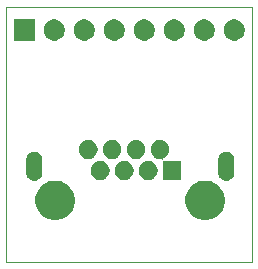
<source format=gbr>
G04 #@! TF.GenerationSoftware,KiCad,Pcbnew,(5.1.6)-1*
G04 #@! TF.CreationDate,2021-11-18T20:08:52-06:00*
G04 #@! TF.ProjectId,RJ45Breakout,524a3435-4272-4656-916b-6f75742e6b69,rev?*
G04 #@! TF.SameCoordinates,Original*
G04 #@! TF.FileFunction,Soldermask,Bot*
G04 #@! TF.FilePolarity,Negative*
%FSLAX46Y46*%
G04 Gerber Fmt 4.6, Leading zero omitted, Abs format (unit mm)*
G04 Created by KiCad (PCBNEW (5.1.6)-1) date 2021-11-18 20:08:52*
%MOMM*%
%LPD*%
G01*
G04 APERTURE LIST*
G04 #@! TA.AperFunction,Profile*
%ADD10C,0.050000*%
G04 #@! TD*
%ADD11C,0.100000*%
G04 APERTURE END LIST*
D10*
X140410000Y-114160000D02*
X140410000Y-92530000D01*
X161200000Y-114160000D02*
X140410000Y-114160000D01*
X161190000Y-92530000D02*
X161200000Y-114160000D01*
X140410000Y-92530000D02*
X161190000Y-92530000D01*
D11*
G36*
X157717951Y-107311228D02*
G01*
X158022963Y-107437568D01*
X158297467Y-107620986D01*
X158530914Y-107854433D01*
X158714332Y-108128937D01*
X158840672Y-108433949D01*
X158905080Y-108757748D01*
X158905080Y-109087892D01*
X158840672Y-109411691D01*
X158714332Y-109716703D01*
X158530914Y-109991207D01*
X158297467Y-110224654D01*
X158022963Y-110408072D01*
X157717951Y-110534412D01*
X157394153Y-110598820D01*
X157064007Y-110598820D01*
X156740209Y-110534412D01*
X156435197Y-110408072D01*
X156160693Y-110224654D01*
X155927246Y-109991207D01*
X155743828Y-109716703D01*
X155617488Y-109411691D01*
X155553080Y-109087892D01*
X155553080Y-108757748D01*
X155617488Y-108433949D01*
X155743828Y-108128937D01*
X155927246Y-107854433D01*
X156160693Y-107620986D01*
X156435197Y-107437568D01*
X156740209Y-107311228D01*
X157064007Y-107246820D01*
X157394153Y-107246820D01*
X157717951Y-107311228D01*
G37*
G36*
X145017951Y-107311228D02*
G01*
X145322963Y-107437568D01*
X145597467Y-107620986D01*
X145830914Y-107854433D01*
X146014332Y-108128937D01*
X146140672Y-108433949D01*
X146205080Y-108757748D01*
X146205080Y-109087892D01*
X146140672Y-109411691D01*
X146014332Y-109716703D01*
X145830914Y-109991207D01*
X145597467Y-110224654D01*
X145322963Y-110408072D01*
X145017951Y-110534412D01*
X144694153Y-110598820D01*
X144364007Y-110598820D01*
X144040209Y-110534412D01*
X143735197Y-110408072D01*
X143460693Y-110224654D01*
X143227246Y-109991207D01*
X143043828Y-109716703D01*
X142917488Y-109411691D01*
X142853080Y-109087892D01*
X142853080Y-108757748D01*
X142917488Y-108433949D01*
X143043828Y-108128937D01*
X143227246Y-107854433D01*
X143460693Y-107620986D01*
X143735197Y-107437568D01*
X144040209Y-107311228D01*
X144364007Y-107246820D01*
X144694153Y-107246820D01*
X145017951Y-107311228D01*
G37*
G36*
X159142482Y-104798716D02*
G01*
X159270755Y-104837628D01*
X159388974Y-104900817D01*
X159492594Y-104985856D01*
X159577633Y-105089476D01*
X159640822Y-105207695D01*
X159679734Y-105335968D01*
X159689580Y-105435942D01*
X159689580Y-106605798D01*
X159679734Y-106705772D01*
X159640822Y-106834045D01*
X159577633Y-106952264D01*
X159492594Y-107055883D01*
X159388972Y-107140923D01*
X159270754Y-107204112D01*
X159142481Y-107243024D01*
X159009080Y-107256162D01*
X158875678Y-107243024D01*
X158747405Y-107204112D01*
X158629186Y-107140923D01*
X158525567Y-107055884D01*
X158440527Y-106952262D01*
X158377338Y-106834044D01*
X158338426Y-106705771D01*
X158328580Y-106605797D01*
X158328581Y-105435942D01*
X158338427Y-105335968D01*
X158377339Y-105207695D01*
X158440528Y-105089476D01*
X158525567Y-104985856D01*
X158629187Y-104900817D01*
X158747406Y-104837628D01*
X158875679Y-104798716D01*
X159009080Y-104785578D01*
X159142482Y-104798716D01*
G37*
G36*
X142882482Y-104798716D02*
G01*
X143010755Y-104837628D01*
X143128974Y-104900817D01*
X143232594Y-104985856D01*
X143317633Y-105089476D01*
X143380822Y-105207695D01*
X143419734Y-105335968D01*
X143429580Y-105435942D01*
X143429580Y-106605798D01*
X143419734Y-106705772D01*
X143380822Y-106834045D01*
X143317633Y-106952264D01*
X143232594Y-107055883D01*
X143128972Y-107140923D01*
X143010754Y-107204112D01*
X142882481Y-107243024D01*
X142749080Y-107256162D01*
X142615678Y-107243024D01*
X142487405Y-107204112D01*
X142369186Y-107140923D01*
X142265567Y-107055884D01*
X142180527Y-106952262D01*
X142117338Y-106834044D01*
X142078426Y-106705771D01*
X142068580Y-106605797D01*
X142068581Y-105435942D01*
X142078427Y-105335968D01*
X142117339Y-105207695D01*
X142180528Y-105089476D01*
X142265567Y-104985856D01*
X142369187Y-104900817D01*
X142487406Y-104837628D01*
X142615679Y-104798716D01*
X142749080Y-104785578D01*
X142882482Y-104798716D01*
G37*
G36*
X153642022Y-103832601D02*
G01*
X153787794Y-103892982D01*
X153787796Y-103892983D01*
X153918988Y-103980642D01*
X154030558Y-104092212D01*
X154118217Y-104223404D01*
X154118218Y-104223406D01*
X154178599Y-104369178D01*
X154209380Y-104523927D01*
X154209380Y-104681713D01*
X154178599Y-104836462D01*
X154118218Y-104982234D01*
X154118217Y-104982236D01*
X154030558Y-105113428D01*
X153918988Y-105224998D01*
X153787796Y-105312657D01*
X153787795Y-105312658D01*
X153787794Y-105312658D01*
X153718557Y-105341337D01*
X153696946Y-105352888D01*
X153678004Y-105368433D01*
X153662459Y-105387375D01*
X153650908Y-105408986D01*
X153643795Y-105432435D01*
X153641393Y-105456821D01*
X153643795Y-105481207D01*
X153650908Y-105504656D01*
X153662459Y-105526267D01*
X153678004Y-105545209D01*
X153696946Y-105560754D01*
X153718557Y-105572305D01*
X153742006Y-105579418D01*
X153766392Y-105581820D01*
X155229380Y-105581820D01*
X155229380Y-107183820D01*
X153627380Y-107183820D01*
X153627380Y-105528262D01*
X153624978Y-105503876D01*
X153617865Y-105480427D01*
X153606314Y-105458816D01*
X153590769Y-105439874D01*
X153571827Y-105424329D01*
X153550216Y-105412778D01*
X153526767Y-105405665D01*
X153502381Y-105403263D01*
X153496731Y-105403820D01*
X153329487Y-105403820D01*
X153174738Y-105373039D01*
X153028966Y-105312658D01*
X153028965Y-105312658D01*
X153028964Y-105312657D01*
X152897772Y-105224998D01*
X152786202Y-105113428D01*
X152698543Y-104982236D01*
X152698542Y-104982234D01*
X152638161Y-104836462D01*
X152607380Y-104681713D01*
X152607380Y-104523927D01*
X152638161Y-104369178D01*
X152698542Y-104223406D01*
X152698543Y-104223404D01*
X152786202Y-104092212D01*
X152897772Y-103980642D01*
X153028964Y-103892983D01*
X153028966Y-103892982D01*
X153174738Y-103832601D01*
X153329487Y-103801820D01*
X153487273Y-103801820D01*
X153642022Y-103832601D01*
G37*
G36*
X148572022Y-105612601D02*
G01*
X148717794Y-105672982D01*
X148717796Y-105672983D01*
X148848988Y-105760642D01*
X148960558Y-105872212D01*
X149048217Y-106003404D01*
X149048218Y-106003406D01*
X149108599Y-106149178D01*
X149139380Y-106303927D01*
X149139380Y-106461713D01*
X149108599Y-106616462D01*
X149071606Y-106705770D01*
X149048217Y-106762236D01*
X148960558Y-106893428D01*
X148848988Y-107004998D01*
X148717796Y-107092657D01*
X148717795Y-107092658D01*
X148717794Y-107092658D01*
X148572022Y-107153039D01*
X148417273Y-107183820D01*
X148259487Y-107183820D01*
X148104738Y-107153039D01*
X147958966Y-107092658D01*
X147958965Y-107092658D01*
X147958964Y-107092657D01*
X147827772Y-107004998D01*
X147716202Y-106893428D01*
X147628543Y-106762236D01*
X147605154Y-106705770D01*
X147568161Y-106616462D01*
X147537380Y-106461713D01*
X147537380Y-106303927D01*
X147568161Y-106149178D01*
X147628542Y-106003406D01*
X147628543Y-106003404D01*
X147716202Y-105872212D01*
X147827772Y-105760642D01*
X147958964Y-105672983D01*
X147958966Y-105672982D01*
X148104738Y-105612601D01*
X148259487Y-105581820D01*
X148417273Y-105581820D01*
X148572022Y-105612601D01*
G37*
G36*
X150602022Y-105612601D02*
G01*
X150747794Y-105672982D01*
X150747796Y-105672983D01*
X150878988Y-105760642D01*
X150990558Y-105872212D01*
X151078217Y-106003404D01*
X151078218Y-106003406D01*
X151138599Y-106149178D01*
X151169380Y-106303927D01*
X151169380Y-106461713D01*
X151138599Y-106616462D01*
X151101606Y-106705770D01*
X151078217Y-106762236D01*
X150990558Y-106893428D01*
X150878988Y-107004998D01*
X150747796Y-107092657D01*
X150747795Y-107092658D01*
X150747794Y-107092658D01*
X150602022Y-107153039D01*
X150447273Y-107183820D01*
X150289487Y-107183820D01*
X150134738Y-107153039D01*
X149988966Y-107092658D01*
X149988965Y-107092658D01*
X149988964Y-107092657D01*
X149857772Y-107004998D01*
X149746202Y-106893428D01*
X149658543Y-106762236D01*
X149635154Y-106705770D01*
X149598161Y-106616462D01*
X149567380Y-106461713D01*
X149567380Y-106303927D01*
X149598161Y-106149178D01*
X149658542Y-106003406D01*
X149658543Y-106003404D01*
X149746202Y-105872212D01*
X149857772Y-105760642D01*
X149988964Y-105672983D01*
X149988966Y-105672982D01*
X150134738Y-105612601D01*
X150289487Y-105581820D01*
X150447273Y-105581820D01*
X150602022Y-105612601D01*
G37*
G36*
X152632022Y-105612601D02*
G01*
X152777794Y-105672982D01*
X152777796Y-105672983D01*
X152908988Y-105760642D01*
X153020558Y-105872212D01*
X153108217Y-106003404D01*
X153108218Y-106003406D01*
X153168599Y-106149178D01*
X153199380Y-106303927D01*
X153199380Y-106461713D01*
X153168599Y-106616462D01*
X153131606Y-106705770D01*
X153108217Y-106762236D01*
X153020558Y-106893428D01*
X152908988Y-107004998D01*
X152777796Y-107092657D01*
X152777795Y-107092658D01*
X152777794Y-107092658D01*
X152632022Y-107153039D01*
X152477273Y-107183820D01*
X152319487Y-107183820D01*
X152164738Y-107153039D01*
X152018966Y-107092658D01*
X152018965Y-107092658D01*
X152018964Y-107092657D01*
X151887772Y-107004998D01*
X151776202Y-106893428D01*
X151688543Y-106762236D01*
X151665154Y-106705770D01*
X151628161Y-106616462D01*
X151597380Y-106461713D01*
X151597380Y-106303927D01*
X151628161Y-106149178D01*
X151688542Y-106003406D01*
X151688543Y-106003404D01*
X151776202Y-105872212D01*
X151887772Y-105760642D01*
X152018964Y-105672983D01*
X152018966Y-105672982D01*
X152164738Y-105612601D01*
X152319487Y-105581820D01*
X152477273Y-105581820D01*
X152632022Y-105612601D01*
G37*
G36*
X149582022Y-103832601D02*
G01*
X149727794Y-103892982D01*
X149727796Y-103892983D01*
X149858988Y-103980642D01*
X149970558Y-104092212D01*
X150058217Y-104223404D01*
X150058218Y-104223406D01*
X150118599Y-104369178D01*
X150149380Y-104523927D01*
X150149380Y-104681713D01*
X150118599Y-104836462D01*
X150058218Y-104982234D01*
X150058217Y-104982236D01*
X149970558Y-105113428D01*
X149858988Y-105224998D01*
X149727796Y-105312657D01*
X149727795Y-105312658D01*
X149727794Y-105312658D01*
X149582022Y-105373039D01*
X149427273Y-105403820D01*
X149269487Y-105403820D01*
X149114738Y-105373039D01*
X148968966Y-105312658D01*
X148968965Y-105312658D01*
X148968964Y-105312657D01*
X148837772Y-105224998D01*
X148726202Y-105113428D01*
X148638543Y-104982236D01*
X148638542Y-104982234D01*
X148578161Y-104836462D01*
X148547380Y-104681713D01*
X148547380Y-104523927D01*
X148578161Y-104369178D01*
X148638542Y-104223406D01*
X148638543Y-104223404D01*
X148726202Y-104092212D01*
X148837772Y-103980642D01*
X148968964Y-103892983D01*
X148968966Y-103892982D01*
X149114738Y-103832601D01*
X149269487Y-103801820D01*
X149427273Y-103801820D01*
X149582022Y-103832601D01*
G37*
G36*
X151612022Y-103832601D02*
G01*
X151757794Y-103892982D01*
X151757796Y-103892983D01*
X151888988Y-103980642D01*
X152000558Y-104092212D01*
X152088217Y-104223404D01*
X152088218Y-104223406D01*
X152148599Y-104369178D01*
X152179380Y-104523927D01*
X152179380Y-104681713D01*
X152148599Y-104836462D01*
X152088218Y-104982234D01*
X152088217Y-104982236D01*
X152000558Y-105113428D01*
X151888988Y-105224998D01*
X151757796Y-105312657D01*
X151757795Y-105312658D01*
X151757794Y-105312658D01*
X151612022Y-105373039D01*
X151457273Y-105403820D01*
X151299487Y-105403820D01*
X151144738Y-105373039D01*
X150998966Y-105312658D01*
X150998965Y-105312658D01*
X150998964Y-105312657D01*
X150867772Y-105224998D01*
X150756202Y-105113428D01*
X150668543Y-104982236D01*
X150668542Y-104982234D01*
X150608161Y-104836462D01*
X150577380Y-104681713D01*
X150577380Y-104523927D01*
X150608161Y-104369178D01*
X150668542Y-104223406D01*
X150668543Y-104223404D01*
X150756202Y-104092212D01*
X150867772Y-103980642D01*
X150998964Y-103892983D01*
X150998966Y-103892982D01*
X151144738Y-103832601D01*
X151299487Y-103801820D01*
X151457273Y-103801820D01*
X151612022Y-103832601D01*
G37*
G36*
X147552022Y-103832601D02*
G01*
X147697794Y-103892982D01*
X147697796Y-103892983D01*
X147828988Y-103980642D01*
X147940558Y-104092212D01*
X148028217Y-104223404D01*
X148028218Y-104223406D01*
X148088599Y-104369178D01*
X148119380Y-104523927D01*
X148119380Y-104681713D01*
X148088599Y-104836462D01*
X148028218Y-104982234D01*
X148028217Y-104982236D01*
X147940558Y-105113428D01*
X147828988Y-105224998D01*
X147697796Y-105312657D01*
X147697795Y-105312658D01*
X147697794Y-105312658D01*
X147552022Y-105373039D01*
X147397273Y-105403820D01*
X147239487Y-105403820D01*
X147084738Y-105373039D01*
X146938966Y-105312658D01*
X146938965Y-105312658D01*
X146938964Y-105312657D01*
X146807772Y-105224998D01*
X146696202Y-105113428D01*
X146608543Y-104982236D01*
X146608542Y-104982234D01*
X146548161Y-104836462D01*
X146517380Y-104681713D01*
X146517380Y-104523927D01*
X146548161Y-104369178D01*
X146608542Y-104223406D01*
X146608543Y-104223404D01*
X146696202Y-104092212D01*
X146807772Y-103980642D01*
X146938964Y-103892983D01*
X146938966Y-103892982D01*
X147084738Y-103832601D01*
X147239487Y-103801820D01*
X147397273Y-103801820D01*
X147552022Y-103832601D01*
G37*
G36*
X147103512Y-93593927D02*
G01*
X147252812Y-93623624D01*
X147416784Y-93691544D01*
X147564354Y-93790147D01*
X147689853Y-93915646D01*
X147788456Y-94063216D01*
X147856376Y-94227188D01*
X147891000Y-94401259D01*
X147891000Y-94578741D01*
X147856376Y-94752812D01*
X147788456Y-94916784D01*
X147689853Y-95064354D01*
X147564354Y-95189853D01*
X147416784Y-95288456D01*
X147252812Y-95356376D01*
X147103512Y-95386073D01*
X147078742Y-95391000D01*
X146901258Y-95391000D01*
X146876488Y-95386073D01*
X146727188Y-95356376D01*
X146563216Y-95288456D01*
X146415646Y-95189853D01*
X146290147Y-95064354D01*
X146191544Y-94916784D01*
X146123624Y-94752812D01*
X146089000Y-94578741D01*
X146089000Y-94401259D01*
X146123624Y-94227188D01*
X146191544Y-94063216D01*
X146290147Y-93915646D01*
X146415646Y-93790147D01*
X146563216Y-93691544D01*
X146727188Y-93623624D01*
X146876488Y-93593927D01*
X146901258Y-93589000D01*
X147078742Y-93589000D01*
X147103512Y-93593927D01*
G37*
G36*
X159803512Y-93593927D02*
G01*
X159952812Y-93623624D01*
X160116784Y-93691544D01*
X160264354Y-93790147D01*
X160389853Y-93915646D01*
X160488456Y-94063216D01*
X160556376Y-94227188D01*
X160591000Y-94401259D01*
X160591000Y-94578741D01*
X160556376Y-94752812D01*
X160488456Y-94916784D01*
X160389853Y-95064354D01*
X160264354Y-95189853D01*
X160116784Y-95288456D01*
X159952812Y-95356376D01*
X159803512Y-95386073D01*
X159778742Y-95391000D01*
X159601258Y-95391000D01*
X159576488Y-95386073D01*
X159427188Y-95356376D01*
X159263216Y-95288456D01*
X159115646Y-95189853D01*
X158990147Y-95064354D01*
X158891544Y-94916784D01*
X158823624Y-94752812D01*
X158789000Y-94578741D01*
X158789000Y-94401259D01*
X158823624Y-94227188D01*
X158891544Y-94063216D01*
X158990147Y-93915646D01*
X159115646Y-93790147D01*
X159263216Y-93691544D01*
X159427188Y-93623624D01*
X159576488Y-93593927D01*
X159601258Y-93589000D01*
X159778742Y-93589000D01*
X159803512Y-93593927D01*
G37*
G36*
X149643512Y-93593927D02*
G01*
X149792812Y-93623624D01*
X149956784Y-93691544D01*
X150104354Y-93790147D01*
X150229853Y-93915646D01*
X150328456Y-94063216D01*
X150396376Y-94227188D01*
X150431000Y-94401259D01*
X150431000Y-94578741D01*
X150396376Y-94752812D01*
X150328456Y-94916784D01*
X150229853Y-95064354D01*
X150104354Y-95189853D01*
X149956784Y-95288456D01*
X149792812Y-95356376D01*
X149643512Y-95386073D01*
X149618742Y-95391000D01*
X149441258Y-95391000D01*
X149416488Y-95386073D01*
X149267188Y-95356376D01*
X149103216Y-95288456D01*
X148955646Y-95189853D01*
X148830147Y-95064354D01*
X148731544Y-94916784D01*
X148663624Y-94752812D01*
X148629000Y-94578741D01*
X148629000Y-94401259D01*
X148663624Y-94227188D01*
X148731544Y-94063216D01*
X148830147Y-93915646D01*
X148955646Y-93790147D01*
X149103216Y-93691544D01*
X149267188Y-93623624D01*
X149416488Y-93593927D01*
X149441258Y-93589000D01*
X149618742Y-93589000D01*
X149643512Y-93593927D01*
G37*
G36*
X157263512Y-93593927D02*
G01*
X157412812Y-93623624D01*
X157576784Y-93691544D01*
X157724354Y-93790147D01*
X157849853Y-93915646D01*
X157948456Y-94063216D01*
X158016376Y-94227188D01*
X158051000Y-94401259D01*
X158051000Y-94578741D01*
X158016376Y-94752812D01*
X157948456Y-94916784D01*
X157849853Y-95064354D01*
X157724354Y-95189853D01*
X157576784Y-95288456D01*
X157412812Y-95356376D01*
X157263512Y-95386073D01*
X157238742Y-95391000D01*
X157061258Y-95391000D01*
X157036488Y-95386073D01*
X156887188Y-95356376D01*
X156723216Y-95288456D01*
X156575646Y-95189853D01*
X156450147Y-95064354D01*
X156351544Y-94916784D01*
X156283624Y-94752812D01*
X156249000Y-94578741D01*
X156249000Y-94401259D01*
X156283624Y-94227188D01*
X156351544Y-94063216D01*
X156450147Y-93915646D01*
X156575646Y-93790147D01*
X156723216Y-93691544D01*
X156887188Y-93623624D01*
X157036488Y-93593927D01*
X157061258Y-93589000D01*
X157238742Y-93589000D01*
X157263512Y-93593927D01*
G37*
G36*
X144563512Y-93593927D02*
G01*
X144712812Y-93623624D01*
X144876784Y-93691544D01*
X145024354Y-93790147D01*
X145149853Y-93915646D01*
X145248456Y-94063216D01*
X145316376Y-94227188D01*
X145351000Y-94401259D01*
X145351000Y-94578741D01*
X145316376Y-94752812D01*
X145248456Y-94916784D01*
X145149853Y-95064354D01*
X145024354Y-95189853D01*
X144876784Y-95288456D01*
X144712812Y-95356376D01*
X144563512Y-95386073D01*
X144538742Y-95391000D01*
X144361258Y-95391000D01*
X144336488Y-95386073D01*
X144187188Y-95356376D01*
X144023216Y-95288456D01*
X143875646Y-95189853D01*
X143750147Y-95064354D01*
X143651544Y-94916784D01*
X143583624Y-94752812D01*
X143549000Y-94578741D01*
X143549000Y-94401259D01*
X143583624Y-94227188D01*
X143651544Y-94063216D01*
X143750147Y-93915646D01*
X143875646Y-93790147D01*
X144023216Y-93691544D01*
X144187188Y-93623624D01*
X144336488Y-93593927D01*
X144361258Y-93589000D01*
X144538742Y-93589000D01*
X144563512Y-93593927D01*
G37*
G36*
X142811000Y-95391000D02*
G01*
X141009000Y-95391000D01*
X141009000Y-93589000D01*
X142811000Y-93589000D01*
X142811000Y-95391000D01*
G37*
G36*
X154723512Y-93593927D02*
G01*
X154872812Y-93623624D01*
X155036784Y-93691544D01*
X155184354Y-93790147D01*
X155309853Y-93915646D01*
X155408456Y-94063216D01*
X155476376Y-94227188D01*
X155511000Y-94401259D01*
X155511000Y-94578741D01*
X155476376Y-94752812D01*
X155408456Y-94916784D01*
X155309853Y-95064354D01*
X155184354Y-95189853D01*
X155036784Y-95288456D01*
X154872812Y-95356376D01*
X154723512Y-95386073D01*
X154698742Y-95391000D01*
X154521258Y-95391000D01*
X154496488Y-95386073D01*
X154347188Y-95356376D01*
X154183216Y-95288456D01*
X154035646Y-95189853D01*
X153910147Y-95064354D01*
X153811544Y-94916784D01*
X153743624Y-94752812D01*
X153709000Y-94578741D01*
X153709000Y-94401259D01*
X153743624Y-94227188D01*
X153811544Y-94063216D01*
X153910147Y-93915646D01*
X154035646Y-93790147D01*
X154183216Y-93691544D01*
X154347188Y-93623624D01*
X154496488Y-93593927D01*
X154521258Y-93589000D01*
X154698742Y-93589000D01*
X154723512Y-93593927D01*
G37*
G36*
X152183512Y-93593927D02*
G01*
X152332812Y-93623624D01*
X152496784Y-93691544D01*
X152644354Y-93790147D01*
X152769853Y-93915646D01*
X152868456Y-94063216D01*
X152936376Y-94227188D01*
X152971000Y-94401259D01*
X152971000Y-94578741D01*
X152936376Y-94752812D01*
X152868456Y-94916784D01*
X152769853Y-95064354D01*
X152644354Y-95189853D01*
X152496784Y-95288456D01*
X152332812Y-95356376D01*
X152183512Y-95386073D01*
X152158742Y-95391000D01*
X151981258Y-95391000D01*
X151956488Y-95386073D01*
X151807188Y-95356376D01*
X151643216Y-95288456D01*
X151495646Y-95189853D01*
X151370147Y-95064354D01*
X151271544Y-94916784D01*
X151203624Y-94752812D01*
X151169000Y-94578741D01*
X151169000Y-94401259D01*
X151203624Y-94227188D01*
X151271544Y-94063216D01*
X151370147Y-93915646D01*
X151495646Y-93790147D01*
X151643216Y-93691544D01*
X151807188Y-93623624D01*
X151956488Y-93593927D01*
X151981258Y-93589000D01*
X152158742Y-93589000D01*
X152183512Y-93593927D01*
G37*
M02*

</source>
